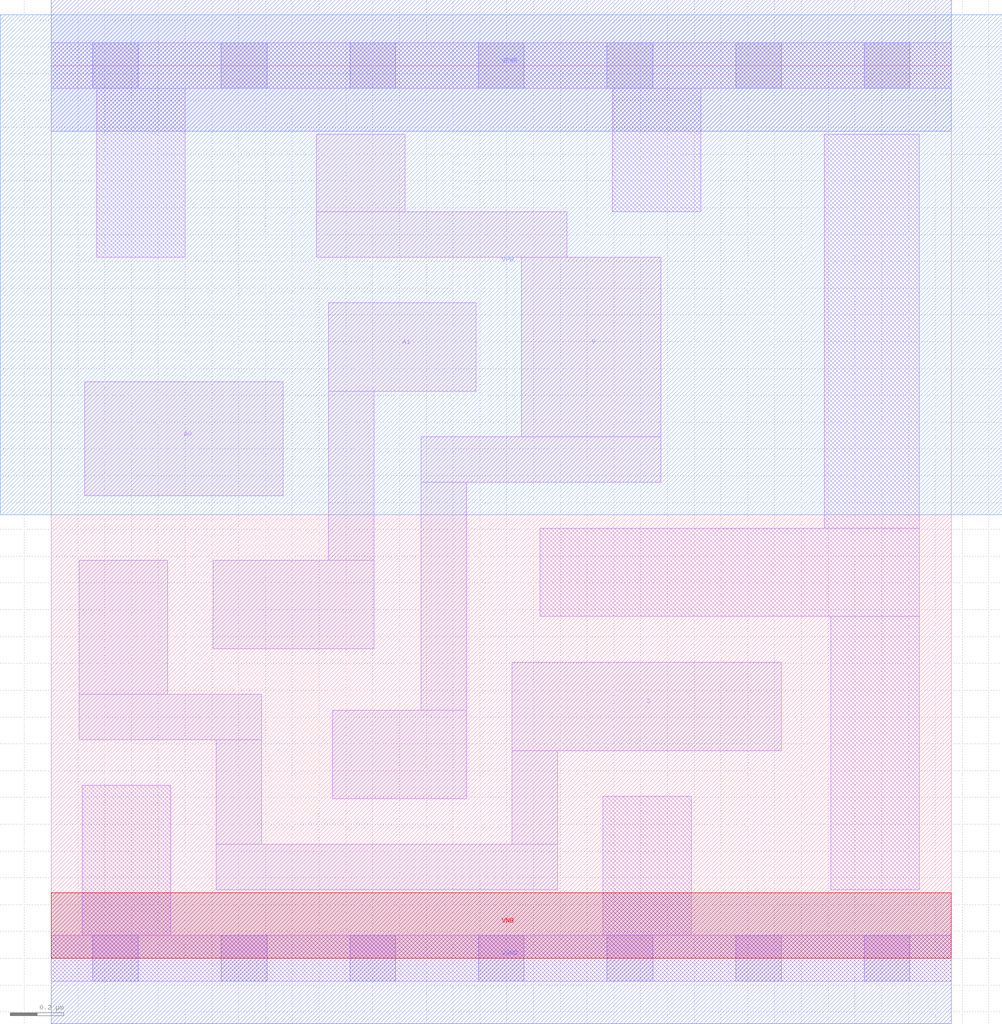
<source format=lef>
# Copyright 2020 The SkyWater PDK Authors
#
# Licensed under the Apache License, Version 2.0 (the "License");
# you may not use this file except in compliance with the License.
# You may obtain a copy of the License at
#
#     https://www.apache.org/licenses/LICENSE-2.0
#
# Unless required by applicable law or agreed to in writing, software
# distributed under the License is distributed on an "AS IS" BASIS,
# WITHOUT WARRANTIES OR CONDITIONS OF ANY KIND, either express or implied.
# See the License for the specific language governing permissions and
# limitations under the License.
#
# SPDX-License-Identifier: Apache-2.0

VERSION 5.7 ;
  NOWIREEXTENSIONATPIN ON ;
  DIVIDERCHAR "/" ;
  BUSBITCHARS "[]" ;
MACRO sky130_fd_sc_lp__mux2i_lp
  CLASS CORE ;
  FOREIGN sky130_fd_sc_lp__mux2i_lp ;
  ORIGIN  0.000000  0.000000 ;
  SIZE  3.360000 BY  3.330000 ;
  SYMMETRY X Y R90 ;
  SITE unit ;
  PIN A0
    ANTENNAGATEAREA  0.126000 ;
    DIRECTION INPUT ;
    USE SIGNAL ;
    PORT
      LAYER li1 ;
        RECT 0.125000 1.725000 0.865000 2.150000 ;
    END
  END A0
  PIN A1
    ANTENNAGATEAREA  0.126000 ;
    DIRECTION INPUT ;
    USE SIGNAL ;
    PORT
      LAYER li1 ;
        RECT 0.605000 1.155000 1.205000 1.485000 ;
        RECT 1.035000 1.485000 1.205000 2.115000 ;
        RECT 1.035000 2.115000 1.585000 2.445000 ;
    END
  END A1
  PIN S
    ANTENNAGATEAREA  0.378000 ;
    DIRECTION INPUT ;
    USE SIGNAL ;
    PORT
      LAYER li1 ;
        RECT 0.105000 0.815000 0.785000 0.985000 ;
        RECT 0.105000 0.985000 0.435000 1.485000 ;
        RECT 0.615000 0.255000 1.890000 0.425000 ;
        RECT 0.615000 0.425000 0.785000 0.815000 ;
        RECT 1.720000 0.425000 1.890000 0.775000 ;
        RECT 1.720000 0.775000 2.725000 1.105000 ;
    END
  END S
  PIN Y
    ANTENNADIFFAREA  0.401400 ;
    DIRECTION OUTPUT ;
    USE SIGNAL ;
    PORT
      LAYER li1 ;
        RECT 0.990000 2.615000 1.925000 2.785000 ;
        RECT 0.990000 2.785000 1.320000 3.075000 ;
        RECT 1.050000 0.595000 1.550000 0.925000 ;
        RECT 1.380000 0.925000 1.550000 1.775000 ;
        RECT 1.380000 1.775000 2.275000 1.945000 ;
        RECT 1.755000 1.945000 2.275000 2.615000 ;
    END
  END Y
  PIN VGND
    DIRECTION INOUT ;
    USE GROUND ;
    PORT
      LAYER met1 ;
        RECT 0.000000 -0.245000 3.360000 0.245000 ;
    END
  END VGND
  PIN VNB
    DIRECTION INOUT ;
    USE GROUND ;
    PORT
      LAYER pwell ;
        RECT 0.000000 0.000000 3.360000 0.245000 ;
    END
  END VNB
  PIN VPB
    DIRECTION INOUT ;
    USE POWER ;
    PORT
      LAYER nwell ;
        RECT -0.190000 1.655000 3.550000 3.520000 ;
    END
  END VPB
  PIN VPWR
    DIRECTION INOUT ;
    USE POWER ;
    PORT
      LAYER met1 ;
        RECT 0.000000 3.085000 3.360000 3.575000 ;
    END
  END VPWR
  OBS
    LAYER li1 ;
      RECT 0.000000 -0.085000 3.360000 0.085000 ;
      RECT 0.000000  3.245000 3.360000 3.415000 ;
      RECT 0.115000  0.085000 0.445000 0.645000 ;
      RECT 0.170000  2.615000 0.500000 3.245000 ;
      RECT 1.825000  1.275000 3.240000 1.605000 ;
      RECT 2.060000  0.085000 2.390000 0.605000 ;
      RECT 2.095000  2.785000 2.425000 3.245000 ;
      RECT 2.885000  1.605000 3.240000 3.075000 ;
      RECT 2.910000  0.255000 3.240000 1.275000 ;
    LAYER mcon ;
      RECT 0.155000 -0.085000 0.325000 0.085000 ;
      RECT 0.155000  3.245000 0.325000 3.415000 ;
      RECT 0.635000 -0.085000 0.805000 0.085000 ;
      RECT 0.635000  3.245000 0.805000 3.415000 ;
      RECT 1.115000 -0.085000 1.285000 0.085000 ;
      RECT 1.115000  3.245000 1.285000 3.415000 ;
      RECT 1.595000 -0.085000 1.765000 0.085000 ;
      RECT 1.595000  3.245000 1.765000 3.415000 ;
      RECT 2.075000 -0.085000 2.245000 0.085000 ;
      RECT 2.075000  3.245000 2.245000 3.415000 ;
      RECT 2.555000 -0.085000 2.725000 0.085000 ;
      RECT 2.555000  3.245000 2.725000 3.415000 ;
      RECT 3.035000 -0.085000 3.205000 0.085000 ;
      RECT 3.035000  3.245000 3.205000 3.415000 ;
  END
END sky130_fd_sc_lp__mux2i_lp
END LIBRARY

</source>
